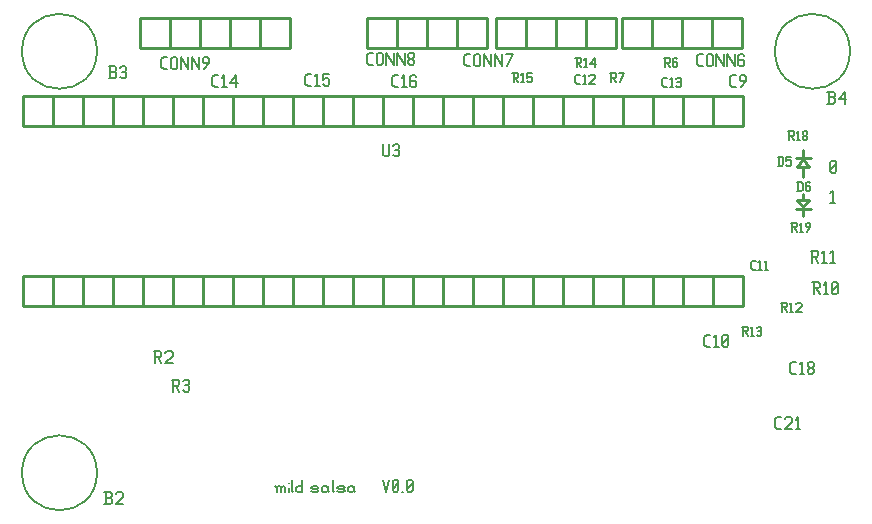
<source format=gbr>
G04 start of page 8 for group -4079 idx -4079 *
G04 Title: control, topsilk *
G04 Creator: pcb 20140316 *
G04 CreationDate: Thu 08 Jun 2017 03:46:08 AM GMT UTC *
G04 For: brian *
G04 Format: Gerber/RS-274X *
G04 PCB-Dimensions (mil): 6000.00 5000.00 *
G04 PCB-Coordinate-Origin: lower left *
%MOIN*%
%FSLAX25Y25*%
%LNTOPSILK*%
%ADD81C,0.0080*%
%ADD80C,0.0100*%
G54D80*X339000Y170000D02*Y168000D01*
Y179000D02*Y175500D01*
Y181500D02*X341000Y179000D01*
X339000Y181500D02*X337000Y179000D01*
X341000D01*
X336500Y182000D02*X341500D01*
X339000Y184500D02*Y182000D01*
Y165500D02*X337000Y168000D01*
X339000Y165000D02*Y162500D01*
Y165500D02*X341000Y168000D01*
X337000D02*X341000D01*
X336500Y165000D02*X341500D01*
G54D81*X348000Y177590D02*X348490Y177100D01*
X348000Y180530D02*Y177590D01*
Y180530D02*X348490Y181020D01*
X349470D01*
X349960Y180530D01*
Y177590D01*
X349470Y177100D02*X349960Y177590D01*
X348490Y177100D02*X349470D01*
X348000Y178080D02*X349960Y180040D01*
X348000Y170236D02*X348784Y171020D01*
Y167100D01*
X348000D02*X349470D01*
X163390Y72070D02*Y70600D01*
Y72070D02*X163880Y72560D01*
X164370D01*
X164860Y72070D01*
Y70600D01*
Y72070D02*X165350Y72560D01*
X165840D01*
X166330Y72070D01*
Y70600D01*
X162900Y72560D02*X163390Y72070D01*
X167506Y73540D02*Y73442D01*
Y72070D02*Y70600D01*
X168486Y74520D02*Y71090D01*
X168976Y70600D01*
X171916Y74520D02*Y70600D01*
X171426D02*X171916Y71090D01*
X170446Y70600D02*X171426D01*
X169956Y71090D02*X170446Y70600D01*
X169956Y72070D02*Y71090D01*
Y72070D02*X170446Y72560D01*
X171426D01*
X171916Y72070D01*
X175346Y70600D02*X176816D01*
X177306Y71090D01*
X176816Y71580D02*X177306Y71090D01*
X175346Y71580D02*X176816D01*
X174856Y72070D02*X175346Y71580D01*
X174856Y72070D02*X175346Y72560D01*
X176816D01*
X177306Y72070D01*
X174856Y71090D02*X175346Y70600D01*
X179952Y72560D02*X180442Y72070D01*
X178972Y72560D02*X179952D01*
X178482Y72070D02*X178972Y72560D01*
X178482Y72070D02*Y71090D01*
X178972Y70600D01*
X180442Y72560D02*Y71090D01*
X180932Y70600D01*
X178972D02*X179952D01*
X180442Y71090D01*
X182108Y74520D02*Y71090D01*
X182598Y70600D01*
X184068D02*X185538D01*
X186028Y71090D01*
X185538Y71580D02*X186028Y71090D01*
X184068Y71580D02*X185538D01*
X183578Y72070D02*X184068Y71580D01*
X183578Y72070D02*X184068Y72560D01*
X185538D01*
X186028Y72070D01*
X183578Y71090D02*X184068Y70600D01*
X188674Y72560D02*X189164Y72070D01*
X187694Y72560D02*X188674D01*
X187204Y72070D02*X187694Y72560D01*
X187204Y72070D02*Y71090D01*
X187694Y70600D01*
X189164Y72560D02*Y71090D01*
X189654Y70600D01*
X187694D02*X188674D01*
X189164Y71090D01*
X198900Y74620D02*X199880Y70700D01*
X200860Y74620D01*
X202036Y71190D02*X202526Y70700D01*
X202036Y74130D02*Y71190D01*
Y74130D02*X202526Y74620D01*
X203506D01*
X203996Y74130D01*
Y71190D01*
X203506Y70700D02*X203996Y71190D01*
X202526Y70700D02*X203506D01*
X202036Y71680D02*X203996Y73640D01*
X205172Y70700D02*X205662D01*
X206838Y71190D02*X207328Y70700D01*
X206838Y74130D02*Y71190D01*
Y74130D02*X207328Y74620D01*
X208308D01*
X208798Y74130D01*
Y71190D01*
X208308Y70700D02*X208798Y71190D01*
X207328Y70700D02*X208308D01*
X206838Y71680D02*X208798Y73640D01*
G54D80*X236500Y228500D02*Y218500D01*
X276500D01*
Y228500D01*
X266500Y218500D02*Y228500D01*
X256500Y218500D02*Y228500D01*
X276500D02*X236500D01*
Y218500D02*X246500D01*
Y228500D01*
X193500D02*Y218500D01*
X233500D01*
Y228500D01*
X223500Y218500D02*Y228500D01*
X213500Y218500D02*Y228500D01*
X233500D02*X193500D01*
Y218500D02*X203500D01*
Y228500D01*
X318500D02*Y218500D01*
X278500Y228500D02*X318500D01*
X278500D02*Y218500D01*
X288500Y228500D02*Y218500D01*
X298500Y228500D02*Y218500D01*
X278500D02*X318500D01*
X308500Y228500D02*X318500D01*
X308500D02*Y218500D01*
G54D81*X329500Y217500D02*G75*G03X329500Y217500I12500J0D01*G01*
X78500D02*G75*G03X78500Y217500I12500J0D01*G01*
G54D80*X118000Y228500D02*Y218500D01*
X168000D01*
X158000D02*Y228500D01*
X148000Y218500D02*Y228500D01*
X138000Y218500D02*Y228500D01*
X168000D02*X118000D01*
Y218500D02*X128000D01*
Y228500D01*
X168000Y218500D02*Y228500D01*
X79000Y192500D02*X319000D01*
X79000Y202500D02*X319000D01*
X79000D02*Y192500D01*
X89000Y202500D02*Y192500D01*
X99000Y202500D02*Y192500D01*
X109000Y202500D02*Y192500D01*
X119000Y202500D02*Y192500D01*
X129000Y202500D02*Y192500D01*
X139000Y202500D02*Y192500D01*
X149000Y202500D02*Y192500D01*
X159000Y202500D02*Y192500D01*
X169000Y202500D02*Y192500D01*
X179000Y202500D02*Y192500D01*
X189000Y202500D02*Y192500D01*
X199000Y202500D02*Y192500D01*
X209000Y202500D02*Y192500D01*
X219000Y202500D02*Y192500D01*
X229000Y202500D02*Y192500D01*
X239000Y202500D02*Y192500D01*
X249000Y202500D02*Y192500D01*
X259000Y202500D02*Y192500D01*
X269000Y202500D02*Y192500D01*
X279000Y202500D02*Y192500D01*
X289000Y202500D02*Y192500D01*
X299000Y202500D02*Y192500D01*
X309000Y202500D02*Y192500D01*
X319000Y202500D02*Y192500D01*
X79000Y132500D02*X319000D01*
X79000Y142500D02*X319000D01*
X79000D02*Y132500D01*
X89000Y142500D02*Y132500D01*
X99000Y142500D02*Y132500D01*
X109000Y142500D02*Y132500D01*
X119000Y142500D02*Y132500D01*
X129000Y142500D02*Y132500D01*
X139000Y142500D02*Y132500D01*
X149000Y142500D02*Y132500D01*
X159000Y142500D02*Y132500D01*
X169000Y142500D02*Y132500D01*
X179000Y142500D02*Y132500D01*
X189000Y142500D02*Y132500D01*
X199000Y142500D02*Y132500D01*
X209000Y142500D02*Y132500D01*
X219000Y142500D02*Y132500D01*
X229000Y142500D02*Y132500D01*
X239000Y142500D02*Y132500D01*
X249000Y142500D02*Y132500D01*
X259000Y142500D02*Y132500D01*
X269000Y142500D02*Y132500D01*
X279000Y142500D02*Y132500D01*
X289000Y142500D02*Y132500D01*
X299000Y142500D02*Y132500D01*
X309000Y142500D02*Y132500D01*
X319000Y142500D02*Y132500D01*
G54D81*X78500Y77000D02*G75*G03X78500Y77000I12500J0D01*G01*
X226700Y212500D02*X228000D01*
X226000Y213200D02*X226700Y212500D01*
X226000Y215800D02*Y213200D01*
Y215800D02*X226700Y216500D01*
X228000D01*
X229200Y216000D02*Y213000D01*
Y216000D02*X229700Y216500D01*
X230700D01*
X231200Y216000D01*
Y213000D01*
X230700Y212500D02*X231200Y213000D01*
X229700Y212500D02*X230700D01*
X229200Y213000D02*X229700Y212500D01*
X232400Y216500D02*Y212500D01*
Y216500D02*X234900Y212500D01*
Y216500D02*Y212500D01*
X236100Y216500D02*Y212500D01*
Y216500D02*X238600Y212500D01*
Y216500D02*Y212500D01*
X240300D02*X242300Y216500D01*
X239800D02*X242300D01*
X194200Y213000D02*X195500D01*
X193500Y213700D02*X194200Y213000D01*
X193500Y216300D02*Y213700D01*
Y216300D02*X194200Y217000D01*
X195500D01*
X196700Y216500D02*Y213500D01*
Y216500D02*X197200Y217000D01*
X198200D01*
X198700Y216500D01*
Y213500D01*
X198200Y213000D02*X198700Y213500D01*
X197200Y213000D02*X198200D01*
X196700Y213500D02*X197200Y213000D01*
X199900Y217000D02*Y213000D01*
Y217000D02*X202400Y213000D01*
Y217000D02*Y213000D01*
X203600Y217000D02*Y213000D01*
Y217000D02*X206100Y213000D01*
Y217000D02*Y213000D01*
X207300Y213500D02*X207800Y213000D01*
X207300Y214300D02*Y213500D01*
Y214300D02*X208000Y215000D01*
X208600D01*
X209300Y214300D01*
Y213500D01*
X208800Y213000D02*X209300Y213500D01*
X207800Y213000D02*X208800D01*
X207300Y215700D02*X208000Y215000D01*
X207300Y216500D02*Y215700D01*
Y216500D02*X207800Y217000D01*
X208800D01*
X209300Y216500D01*
Y215700D01*
X208600Y215000D02*X209300Y215700D01*
X202700Y205500D02*X204000D01*
X202000Y206200D02*X202700Y205500D01*
X202000Y208800D02*Y206200D01*
Y208800D02*X202700Y209500D01*
X204000D01*
X205200Y208700D02*X206000Y209500D01*
Y205500D01*
X205200D02*X206700D01*
X209400Y209500D02*X209900Y209000D01*
X208400Y209500D02*X209400D01*
X207900Y209000D02*X208400Y209500D01*
X207900Y209000D02*Y206000D01*
X208400Y205500D01*
X209400Y207700D02*X209900Y207200D01*
X207900Y207700D02*X209400D01*
X208400Y205500D02*X209400D01*
X209900Y206000D01*
Y207200D02*Y206000D01*
X242000Y210230D02*X243540D01*
X243925Y209845D01*
Y209075D01*
X243540Y208690D02*X243925Y209075D01*
X242385Y208690D02*X243540D01*
X242385Y210230D02*Y207150D01*
X243001Y208690D02*X243925Y207150D01*
X244849Y209614D02*X245465Y210230D01*
Y207150D01*
X244849D02*X246004D01*
X246928Y210230D02*X248468D01*
X246928D02*Y208690D01*
X247313Y209075D01*
X248083D01*
X248468Y208690D01*
Y207535D01*
X248083Y207150D02*X248468Y207535D01*
X247313Y207150D02*X248083D01*
X246928Y207535D02*X247313Y207150D01*
X263000Y215230D02*X264540D01*
X264925Y214845D01*
Y214075D01*
X264540Y213690D02*X264925Y214075D01*
X263385Y213690D02*X264540D01*
X263385Y215230D02*Y212150D01*
X264001Y213690D02*X264925Y212150D01*
X265849Y214614D02*X266465Y215230D01*
Y212150D01*
X265849D02*X267004D01*
X267928Y213305D02*X269468Y215230D01*
X267928Y213305D02*X269853D01*
X269468Y215230D02*Y212150D01*
X263539Y206650D02*X264540D01*
X263000Y207189D02*X263539Y206650D01*
X263000Y209191D02*Y207189D01*
Y209191D02*X263539Y209730D01*
X264540D01*
X265464Y209114D02*X266080Y209730D01*
Y206650D01*
X265464D02*X266619D01*
X267543Y209345D02*X267928Y209730D01*
X269083D01*
X269468Y209345D01*
Y208575D01*
X267543Y206650D02*X269468Y208575D01*
X267543Y206650D02*X269468D01*
X274500Y210230D02*X276040D01*
X276425Y209845D01*
Y209075D01*
X276040Y208690D02*X276425Y209075D01*
X274885Y208690D02*X276040D01*
X274885Y210230D02*Y207150D01*
X275501Y208690D02*X276425Y207150D01*
X277734D02*X279274Y210230D01*
X277349D02*X279274D01*
X107500Y208500D02*X109500D01*
X110000Y209000D01*
Y210200D02*Y209000D01*
X109500Y210700D02*X110000Y210200D01*
X108000Y210700D02*X109500D01*
X108000Y212500D02*Y208500D01*
X107500Y212500D02*X109500D01*
X110000Y212000D01*
Y211200D01*
X109500Y210700D02*X110000Y211200D01*
X111200Y212000D02*X111700Y212500D01*
X112700D01*
X113200Y212000D01*
X112700Y208500D02*X113200Y209000D01*
X111700Y208500D02*X112700D01*
X111200Y209000D02*X111700Y208500D01*
Y210700D02*X112700D01*
X113200Y212000D02*Y211200D01*
Y210200D02*Y209000D01*
Y210200D02*X112700Y210700D01*
X113200Y211200D02*X112700Y210700D01*
X125700Y211500D02*X127000D01*
X125000Y212200D02*X125700Y211500D01*
X125000Y214800D02*Y212200D01*
Y214800D02*X125700Y215500D01*
X127000D01*
X128200Y215000D02*Y212000D01*
Y215000D02*X128700Y215500D01*
X129700D01*
X130200Y215000D01*
Y212000D01*
X129700Y211500D02*X130200Y212000D01*
X128700Y211500D02*X129700D01*
X128200Y212000D02*X128700Y211500D01*
X131400Y215500D02*Y211500D01*
Y215500D02*X133900Y211500D01*
Y215500D02*Y211500D01*
X135100Y215500D02*Y211500D01*
Y215500D02*X137600Y211500D01*
Y215500D02*Y211500D01*
X139300D02*X140800Y213500D01*
Y215000D02*Y213500D01*
X140300Y215500D02*X140800Y215000D01*
X139300Y215500D02*X140300D01*
X138800Y215000D02*X139300Y215500D01*
X138800Y215000D02*Y214000D01*
X139300Y213500D01*
X140800D01*
X173700Y206000D02*X175000D01*
X173000Y206700D02*X173700Y206000D01*
X173000Y209300D02*Y206700D01*
Y209300D02*X173700Y210000D01*
X175000D01*
X176200Y209200D02*X177000Y210000D01*
Y206000D01*
X176200D02*X177700D01*
X178900Y210000D02*X180900D01*
X178900D02*Y208000D01*
X179400Y208500D01*
X180400D01*
X180900Y208000D01*
Y206500D01*
X180400Y206000D02*X180900Y206500D01*
X179400Y206000D02*X180400D01*
X178900Y206500D02*X179400Y206000D01*
X199000Y186500D02*Y183000D01*
X199500Y182500D01*
X200500D01*
X201000Y183000D01*
Y186500D02*Y183000D01*
X202200Y186000D02*X202700Y186500D01*
X203700D01*
X204200Y186000D01*
X203700Y182500D02*X204200Y183000D01*
X202700Y182500D02*X203700D01*
X202200Y183000D02*X202700Y182500D01*
Y184700D02*X203700D01*
X204200Y186000D02*Y185200D01*
Y184200D02*Y183000D01*
Y184200D02*X203700Y184700D01*
X204200Y185200D02*X203700Y184700D01*
X142700Y205500D02*X144000D01*
X142000Y206200D02*X142700Y205500D01*
X142000Y208800D02*Y206200D01*
Y208800D02*X142700Y209500D01*
X144000D01*
X145200Y208700D02*X146000Y209500D01*
Y205500D01*
X145200D02*X146700D01*
X147900Y207000D02*X149900Y209500D01*
X147900Y207000D02*X150400D01*
X149900Y209500D02*Y205500D01*
X304200Y212500D02*X305500D01*
X303500Y213200D02*X304200Y212500D01*
X303500Y215800D02*Y213200D01*
Y215800D02*X304200Y216500D01*
X305500D01*
X306700Y216000D02*Y213000D01*
Y216000D02*X307200Y216500D01*
X308200D01*
X308700Y216000D01*
Y213000D01*
X308200Y212500D02*X308700Y213000D01*
X307200Y212500D02*X308200D01*
X306700Y213000D02*X307200Y212500D01*
X309900Y216500D02*Y212500D01*
Y216500D02*X312400Y212500D01*
Y216500D02*Y212500D01*
X313600Y216500D02*Y212500D01*
Y216500D02*X316100Y212500D01*
Y216500D02*Y212500D01*
X318800Y216500D02*X319300Y216000D01*
X317800Y216500D02*X318800D01*
X317300Y216000D02*X317800Y216500D01*
X317300Y216000D02*Y213000D01*
X317800Y212500D01*
X318800Y214700D02*X319300Y214200D01*
X317300Y214700D02*X318800D01*
X317800Y212500D02*X318800D01*
X319300Y213000D01*
Y214200D02*Y213000D01*
X347000Y200000D02*X349000D01*
X349500Y200500D01*
Y201700D02*Y200500D01*
X349000Y202200D02*X349500Y201700D01*
X347500Y202200D02*X349000D01*
X347500Y204000D02*Y200000D01*
X347000Y204000D02*X349000D01*
X349500Y203500D01*
Y202700D01*
X349000Y202200D02*X349500Y202700D01*
X350700Y201500D02*X352700Y204000D01*
X350700Y201500D02*X353200D01*
X352700Y204000D02*Y200000D01*
X292539Y205650D02*X293540D01*
X292000Y206189D02*X292539Y205650D01*
X292000Y208191D02*Y206189D01*
Y208191D02*X292539Y208730D01*
X293540D01*
X294464Y208114D02*X295080Y208730D01*
Y205650D01*
X294464D02*X295619D01*
X296543Y208345D02*X296928Y208730D01*
X297698D01*
X298083Y208345D01*
X297698Y205650D02*X298083Y206035D01*
X296928Y205650D02*X297698D01*
X296543Y206035D02*X296928Y205650D01*
Y207344D02*X297698D01*
X298083Y208345D02*Y207729D01*
Y206959D02*Y206035D01*
Y206959D02*X297698Y207344D01*
X298083Y207729D02*X297698Y207344D01*
X315200Y205500D02*X316500D01*
X314500Y206200D02*X315200Y205500D01*
X314500Y208800D02*Y206200D01*
Y208800D02*X315200Y209500D01*
X316500D01*
X318200Y205500D02*X319700Y207500D01*
Y209000D02*Y207500D01*
X319200Y209500D02*X319700Y209000D01*
X318200Y209500D02*X319200D01*
X317700Y209000D02*X318200Y209500D01*
X317700Y209000D02*Y208000D01*
X318200Y207500D01*
X319700D01*
X292500Y215230D02*X294040D01*
X294425Y214845D01*
Y214075D01*
X294040Y213690D02*X294425Y214075D01*
X292885Y213690D02*X294040D01*
X292885Y215230D02*Y212150D01*
X293501Y213690D02*X294425Y212150D01*
X296504Y215230D02*X296889Y214845D01*
X295734Y215230D02*X296504D01*
X295349Y214845D02*X295734Y215230D01*
X295349Y214845D02*Y212535D01*
X295734Y212150D01*
X296504Y213844D02*X296889Y213459D01*
X295349Y213844D02*X296504D01*
X295734Y212150D02*X296504D01*
X296889Y212535D01*
Y213459D02*Y212535D01*
X337235Y173880D02*Y170800D01*
X338236Y173880D02*X338775Y173341D01*
Y171339D01*
X338236Y170800D02*X338775Y171339D01*
X336850Y170800D02*X338236D01*
X336850Y173880D02*X338236D01*
X340854D02*X341239Y173495D01*
X340084Y173880D02*X340854D01*
X339699Y173495D02*X340084Y173880D01*
X339699Y173495D02*Y171185D01*
X340084Y170800D01*
X340854Y172494D02*X341239Y172109D01*
X339699Y172494D02*X340854D01*
X340084Y170800D02*X340854D01*
X341239Y171185D01*
Y172109D02*Y171185D01*
X330735Y182380D02*Y179300D01*
X331736Y182380D02*X332275Y181841D01*
Y179839D01*
X331736Y179300D02*X332275Y179839D01*
X330350Y179300D02*X331736D01*
X330350Y182380D02*X331736D01*
X333199D02*X334739D01*
X333199D02*Y180840D01*
X333584Y181225D01*
X334354D01*
X334739Y180840D01*
Y179685D01*
X334354Y179300D02*X334739Y179685D01*
X333584Y179300D02*X334354D01*
X333199Y179685D02*X333584Y179300D01*
X333850Y190880D02*X335390D01*
X335775Y190495D01*
Y189725D01*
X335390Y189340D02*X335775Y189725D01*
X334235Y189340D02*X335390D01*
X334235Y190880D02*Y187800D01*
X334851Y189340D02*X335775Y187800D01*
X336699Y190264D02*X337315Y190880D01*
Y187800D01*
X336699D02*X337854D01*
X338778Y188185D02*X339163Y187800D01*
X338778Y188801D02*Y188185D01*
Y188801D02*X339317Y189340D01*
X339779D01*
X340318Y188801D01*
Y188185D01*
X339933Y187800D02*X340318Y188185D01*
X339163Y187800D02*X339933D01*
X338778Y189879D02*X339317Y189340D01*
X338778Y190495D02*Y189879D01*
Y190495D02*X339163Y190880D01*
X339933D01*
X340318Y190495D01*
Y189879D01*
X339779Y189340D02*X340318Y189879D01*
X341500Y151000D02*X343500D01*
X344000Y150500D01*
Y149500D01*
X343500Y149000D02*X344000Y149500D01*
X342000Y149000D02*X343500D01*
X342000Y151000D02*Y147000D01*
X342800Y149000D02*X344000Y147000D01*
X345200Y150200D02*X346000Y151000D01*
Y147000D01*
X345200D02*X346700D01*
X347900Y150200D02*X348700Y151000D01*
Y147000D01*
X347900D02*X349400D01*
X322039Y144650D02*X323040D01*
X321500Y145189D02*X322039Y144650D01*
X321500Y147191D02*Y145189D01*
Y147191D02*X322039Y147730D01*
X323040D01*
X323964Y147114D02*X324580Y147730D01*
Y144650D01*
X323964D02*X325119D01*
X326043Y147114D02*X326659Y147730D01*
Y144650D01*
X326043D02*X327198D01*
X334850Y160380D02*X336390D01*
X336775Y159995D01*
Y159225D01*
X336390Y158840D02*X336775Y159225D01*
X335235Y158840D02*X336390D01*
X335235Y160380D02*Y157300D01*
X335851Y158840D02*X336775Y157300D01*
X337699Y159764D02*X338315Y160380D01*
Y157300D01*
X337699D02*X338854D01*
X340163D02*X341318Y158840D01*
Y159995D02*Y158840D01*
X340933Y160380D02*X341318Y159995D01*
X340163Y160380D02*X340933D01*
X339778Y159995D02*X340163Y160380D01*
X339778Y159995D02*Y159225D01*
X340163Y158840D01*
X341318D01*
X342000Y140500D02*X344000D01*
X344500Y140000D01*
Y139000D01*
X344000Y138500D02*X344500Y139000D01*
X342500Y138500D02*X344000D01*
X342500Y140500D02*Y136500D01*
X343300Y138500D02*X344500Y136500D01*
X345700Y139700D02*X346500Y140500D01*
Y136500D01*
X345700D02*X347200D01*
X348400Y137000D02*X348900Y136500D01*
X348400Y140000D02*Y137000D01*
Y140000D02*X348900Y140500D01*
X349900D01*
X350400Y140000D01*
Y137000D01*
X349900Y136500D02*X350400Y137000D01*
X348900Y136500D02*X349900D01*
X348400Y137500D02*X350400Y139500D01*
X306700Y119000D02*X308000D01*
X306000Y119700D02*X306700Y119000D01*
X306000Y122300D02*Y119700D01*
Y122300D02*X306700Y123000D01*
X308000D01*
X309200Y122200D02*X310000Y123000D01*
Y119000D01*
X309200D02*X310700D01*
X311900Y119500D02*X312400Y119000D01*
X311900Y122500D02*Y119500D01*
Y122500D02*X312400Y123000D01*
X313400D01*
X313900Y122500D01*
Y119500D01*
X313400Y119000D02*X313900Y119500D01*
X312400Y119000D02*X313400D01*
X311900Y120000D02*X313900Y122000D01*
X330200Y91500D02*X331500D01*
X329500Y92200D02*X330200Y91500D01*
X329500Y94800D02*Y92200D01*
Y94800D02*X330200Y95500D01*
X331500D01*
X332700Y95000D02*X333200Y95500D01*
X334700D01*
X335200Y95000D01*
Y94000D01*
X332700Y91500D02*X335200Y94000D01*
X332700Y91500D02*X335200D01*
X336400Y94700D02*X337200Y95500D01*
Y91500D01*
X336400D02*X337900D01*
X335200Y110000D02*X336500D01*
X334500Y110700D02*X335200Y110000D01*
X334500Y113300D02*Y110700D01*
Y113300D02*X335200Y114000D01*
X336500D01*
X337700Y113200D02*X338500Y114000D01*
Y110000D01*
X337700D02*X339200D01*
X340400Y110500D02*X340900Y110000D01*
X340400Y111300D02*Y110500D01*
Y111300D02*X341100Y112000D01*
X341700D01*
X342400Y111300D01*
Y110500D01*
X341900Y110000D02*X342400Y110500D01*
X340900Y110000D02*X341900D01*
X340400Y112700D02*X341100Y112000D01*
X340400Y113500D02*Y112700D01*
Y113500D02*X340900Y114000D01*
X341900D01*
X342400Y113500D01*
Y112700D01*
X341700Y112000D02*X342400Y112700D01*
X318500Y125730D02*X320040D01*
X320425Y125345D01*
Y124575D01*
X320040Y124190D02*X320425Y124575D01*
X318885Y124190D02*X320040D01*
X318885Y125730D02*Y122650D01*
X319501Y124190D02*X320425Y122650D01*
X321349Y125114D02*X321965Y125730D01*
Y122650D01*
X321349D02*X322504D01*
X323428Y125345D02*X323813Y125730D01*
X324583D01*
X324968Y125345D01*
X324583Y122650D02*X324968Y123035D01*
X323813Y122650D02*X324583D01*
X323428Y123035D02*X323813Y122650D01*
Y124344D02*X324583D01*
X324968Y125345D02*Y124729D01*
Y123959D02*Y123035D01*
Y123959D02*X324583Y124344D01*
X324968Y124729D02*X324583Y124344D01*
X331500Y133730D02*X333040D01*
X333425Y133345D01*
Y132575D01*
X333040Y132190D02*X333425Y132575D01*
X331885Y132190D02*X333040D01*
X331885Y133730D02*Y130650D01*
X332501Y132190D02*X333425Y130650D01*
X334349Y133114D02*X334965Y133730D01*
Y130650D01*
X334349D02*X335504D01*
X336428Y133345D02*X336813Y133730D01*
X337968D01*
X338353Y133345D01*
Y132575D01*
X336428Y130650D02*X338353Y132575D01*
X336428Y130650D02*X338353D01*
X106000Y66500D02*X108000D01*
X108500Y67000D01*
Y68200D02*Y67000D01*
X108000Y68700D02*X108500Y68200D01*
X106500Y68700D02*X108000D01*
X106500Y70500D02*Y66500D01*
X106000Y70500D02*X108000D01*
X108500Y70000D01*
Y69200D01*
X108000Y68700D02*X108500Y69200D01*
X109700Y70000D02*X110200Y70500D01*
X111700D01*
X112200Y70000D01*
Y69000D01*
X109700Y66500D02*X112200Y69000D01*
X109700Y66500D02*X112200D01*
X128500Y108000D02*X130500D01*
X131000Y107500D01*
Y106500D01*
X130500Y106000D02*X131000Y106500D01*
X129000Y106000D02*X130500D01*
X129000Y108000D02*Y104000D01*
X129800Y106000D02*X131000Y104000D01*
X132200Y107500D02*X132700Y108000D01*
X133700D01*
X134200Y107500D01*
X133700Y104000D02*X134200Y104500D01*
X132700Y104000D02*X133700D01*
X132200Y104500D02*X132700Y104000D01*
Y106200D02*X133700D01*
X134200Y107500D02*Y106700D01*
Y105700D02*Y104500D01*
Y105700D02*X133700Y106200D01*
X134200Y106700D02*X133700Y106200D01*
X122500Y117500D02*X124500D01*
X125000Y117000D01*
Y116000D01*
X124500Y115500D02*X125000Y116000D01*
X123000Y115500D02*X124500D01*
X123000Y117500D02*Y113500D01*
X123800Y115500D02*X125000Y113500D01*
X126200Y117000D02*X126700Y117500D01*
X128200D01*
X128700Y117000D01*
Y116000D01*
X126200Y113500D02*X128700Y116000D01*
X126200Y113500D02*X128700D01*
M02*

</source>
